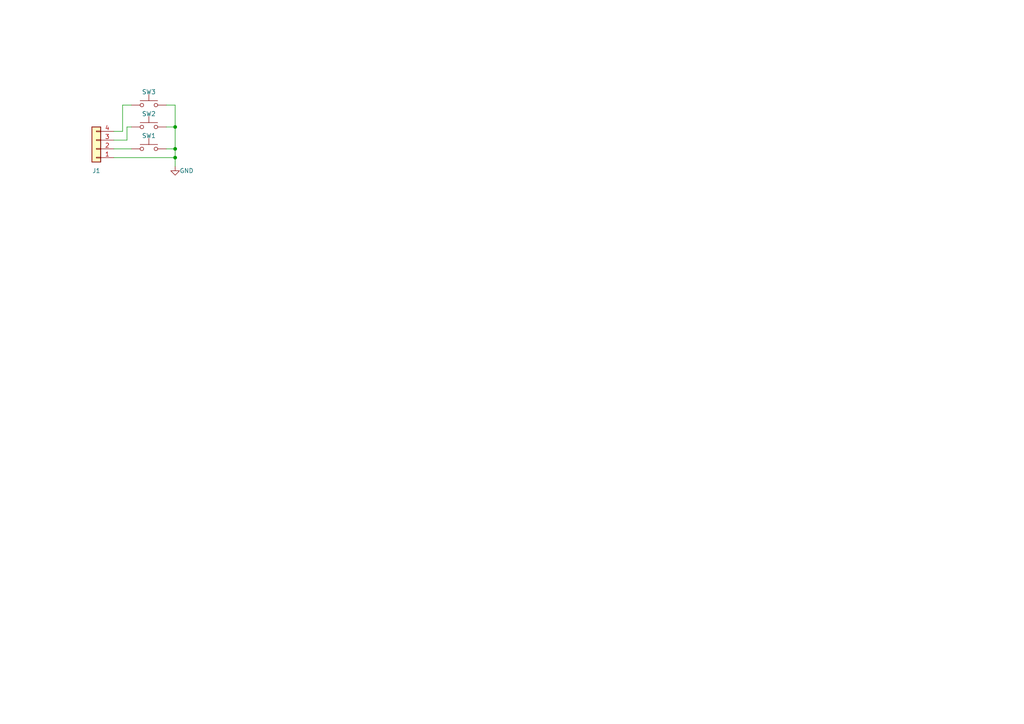
<source format=kicad_sch>
(kicad_sch (version 20230121) (generator eeschema)
  (paper "A4")
  (lib_symbols
    (symbol "Connector_Generic:Conn_01x04" (pin_names (offset 1.016) hide)
      (property "Reference" "J" (at 0 5.08 0))
      (property "Value" "Conn_01x04" (at 0 -7.62 0))
      (symbol "Conn_01x04_1_1"
        (rectangle (start -1.27 -4.953) (end 0 -5.207) (stroke (width 0.1524)))
        (rectangle (start -1.27 -2.413) (end 0 -2.667) (stroke (width 0.1524)))
        (rectangle (start -1.27 0.127) (end 0 -0.127) (stroke (width 0.1524)))
        (rectangle (start -1.27 2.667) (end 0 2.413) (stroke (width 0.1524)))
        (rectangle (start -1.27 3.81) (end 1.27 -6.35) (stroke (width 0.254)) (fill (type background)))
        (pin passive line (at -5.08 2.54 0) (length 3.81) (name "Pin_1") (number "1"))
        (pin passive line (at -5.08 0 0) (length 3.81) (name "Pin_2") (number "2"))
        (pin passive line (at -5.08 -2.54 0) (length 3.81) (name "Pin_3") (number "3"))
        (pin passive line (at -5.08 -5.08 0) (length 3.81) (name "Pin_4") (number "4"))
      )
    )
    (symbol "Switch:SW_Push" (pin_numbers hide) (pin_names (offset 1.016) hide)
      (property "Reference" "SW" (at 1.27 2.54 0))
      (property "Value" "SW_Push" (at 0 -1.524 0))
      (symbol "SW_Push_0_1"
        (circle (center -2.032 0) (radius 0.508))
        (polyline (pts (xy 0 1.27) (xy 0 3.048)))
        (polyline (pts (xy 2.54 1.27) (xy -2.54 1.27)))
        (circle (center 2.032 0) (radius 0.508))
        (pin passive line (at -5.08 0 0) (length 2.54) (name "1") (number "1"))
        (pin passive line (at 5.08 0 180) (length 2.54) (name "2") (number "2"))
      )
    )
    (symbol "power:GND" (power) (pin_names (offset 0))
      (property "Value" "GND" (at 0 -3.81 0))
      (symbol "GND_0_1"
        (polyline (pts (xy 0 0) (xy 0 -1.27) (xy 1.27 -1.27) (xy 0 -2.54) (xy -1.27 -1.27) (xy 0 -1.27)))
      )
      (symbol "GND_1_1"
        (pin power_in line (at 0 0 270) (length 0) hide (name "GND") (number "1"))
      )
    )
  )
  (junction (at 50.8 45.72))
  (junction (at 50.8 36.83))
  (junction (at 50.8 43.18))
  (wire (pts (xy 35.56 30.48) (xy 38.1 30.48)))
  (wire (pts (xy 48.26 43.18) (xy 50.8 43.18)))
  (wire (pts (xy 35.56 30.48) (xy 35.56 38.1)))
  (wire (pts (xy 50.8 43.18) (xy 50.8 45.72)))
  (wire (pts (xy 50.8 45.72) (xy 50.8 48.26)))
  (wire (pts (xy 33.02 38.1) (xy 35.56 38.1)))
  (wire (pts (xy 33.02 45.72) (xy 50.8 45.72)))
  (wire (pts (xy 48.26 30.48) (xy 50.8 30.48)))
  (wire (pts (xy 50.8 36.83) (xy 50.8 43.18)))
  (wire (pts (xy 50.8 30.48) (xy 50.8 36.83)))
  (wire (pts (xy 48.26 36.83) (xy 50.8 36.83)))
  (wire (pts (xy 33.02 40.64) (xy 36.83 40.64)))
  (wire (pts (xy 33.02 43.18) (xy 38.1 43.18)))
  (wire (pts (xy 36.83 36.83) (xy 36.83 40.64)))
  (wire (pts (xy 36.83 36.83) (xy 38.1 36.83)))
  (symbol (lib_id "power:GND") (at 50.8 48.26 0) (unit 1)
    (property "Reference" "#PWR06" (effects hide))
    (property "Value" "GND" (at 52.07 49.53 0) (effects (justify left)))
  )
  (symbol (lib_id "Switch:SW_Push") (at 43.18 30.48 0) (unit 1)
    (property "Reference" "SW3" (at 43.18 26.67 0))
    (property "Value" "SW_Push" (effects hide))
    (property "Footprint" "Button_Switch_THT:SW_PUSH-12mm" (effects hide))
  )
  (symbol (lib_id "Connector_Generic:Conn_01x04") (at 27.94 43.18 180) (unit 1)
    (property "Reference" "J1" (at 27.94 49.53 0))
    (property "Value" "Conn_01x04" (effects hide))
    (property "Footprint" "Connector_PinSocket_2.54mm:PinSocket_1x04_P2.54mm_Vertical" (effects hide))
  )
  (symbol (lib_id "Switch:SW_Push") (at 43.18 36.83 0) (unit 1)
    (property "Reference" "SW2" (at 43.18 33.02 0))
    (property "Value" "SW_Push" (effects hide))
    (property "Footprint" "Button_Switch_THT:SW_PUSH-12mm" (effects hide))
  )
  (symbol (lib_id "Switch:SW_Push") (at 43.18 43.18 0) (unit 1)
    (property "Reference" "SW1" (at 43.18 39.37 0))
    (property "Value" "SW_Push" (effects hide))
    (property "Footprint" "Button_Switch_THT:SW_PUSH-12mm" (effects hide))
  )
)
</source>
